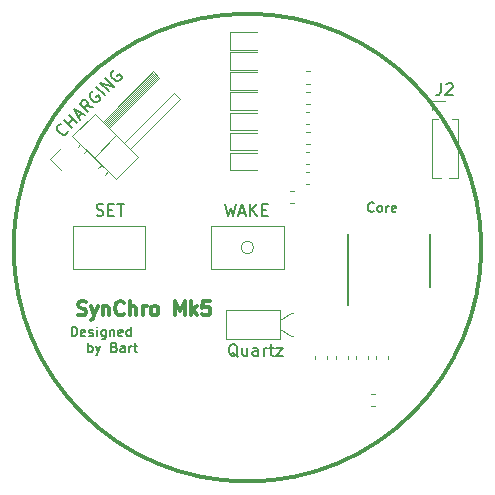
<source format=gbr>
G04 #@! TF.GenerationSoftware,KiCad,Pcbnew,5.1.4-1.fc30*
G04 #@! TF.CreationDate,2020-10-18T16:52:28+02:00*
G04 #@! TF.ProjectId,synchro2,73796e63-6872-46f3-922e-6b696361645f,rev?*
G04 #@! TF.SameCoordinates,Original*
G04 #@! TF.FileFunction,Legend,Top*
G04 #@! TF.FilePolarity,Positive*
%FSLAX46Y46*%
G04 Gerber Fmt 4.6, Leading zero omitted, Abs format (unit mm)*
G04 Created by KiCad (PCBNEW 5.1.4-1.fc30) date 2020-10-18 16:52:28*
%MOMM*%
%LPD*%
G04 APERTURE LIST*
%ADD10C,0.150000*%
%ADD11C,0.300000*%
%ADD12C,0.120000*%
G04 APERTURE END LIST*
D10*
X204234761Y-123786904D02*
X204234761Y-122986904D01*
X204425238Y-122986904D01*
X204539523Y-123025000D01*
X204615714Y-123101190D01*
X204653809Y-123177380D01*
X204691904Y-123329761D01*
X204691904Y-123444047D01*
X204653809Y-123596428D01*
X204615714Y-123672619D01*
X204539523Y-123748809D01*
X204425238Y-123786904D01*
X204234761Y-123786904D01*
X205339523Y-123748809D02*
X205263333Y-123786904D01*
X205110952Y-123786904D01*
X205034761Y-123748809D01*
X204996666Y-123672619D01*
X204996666Y-123367857D01*
X205034761Y-123291666D01*
X205110952Y-123253571D01*
X205263333Y-123253571D01*
X205339523Y-123291666D01*
X205377619Y-123367857D01*
X205377619Y-123444047D01*
X204996666Y-123520238D01*
X205682380Y-123748809D02*
X205758571Y-123786904D01*
X205910952Y-123786904D01*
X205987142Y-123748809D01*
X206025238Y-123672619D01*
X206025238Y-123634523D01*
X205987142Y-123558333D01*
X205910952Y-123520238D01*
X205796666Y-123520238D01*
X205720476Y-123482142D01*
X205682380Y-123405952D01*
X205682380Y-123367857D01*
X205720476Y-123291666D01*
X205796666Y-123253571D01*
X205910952Y-123253571D01*
X205987142Y-123291666D01*
X206368095Y-123786904D02*
X206368095Y-123253571D01*
X206368095Y-122986904D02*
X206330000Y-123025000D01*
X206368095Y-123063095D01*
X206406190Y-123025000D01*
X206368095Y-122986904D01*
X206368095Y-123063095D01*
X207091904Y-123253571D02*
X207091904Y-123901190D01*
X207053809Y-123977380D01*
X207015714Y-124015476D01*
X206939523Y-124053571D01*
X206825238Y-124053571D01*
X206749047Y-124015476D01*
X207091904Y-123748809D02*
X207015714Y-123786904D01*
X206863333Y-123786904D01*
X206787142Y-123748809D01*
X206749047Y-123710714D01*
X206710952Y-123634523D01*
X206710952Y-123405952D01*
X206749047Y-123329761D01*
X206787142Y-123291666D01*
X206863333Y-123253571D01*
X207015714Y-123253571D01*
X207091904Y-123291666D01*
X207472857Y-123253571D02*
X207472857Y-123786904D01*
X207472857Y-123329761D02*
X207510952Y-123291666D01*
X207587142Y-123253571D01*
X207701428Y-123253571D01*
X207777619Y-123291666D01*
X207815714Y-123367857D01*
X207815714Y-123786904D01*
X208501428Y-123748809D02*
X208425238Y-123786904D01*
X208272857Y-123786904D01*
X208196666Y-123748809D01*
X208158571Y-123672619D01*
X208158571Y-123367857D01*
X208196666Y-123291666D01*
X208272857Y-123253571D01*
X208425238Y-123253571D01*
X208501428Y-123291666D01*
X208539523Y-123367857D01*
X208539523Y-123444047D01*
X208158571Y-123520238D01*
X209225238Y-123786904D02*
X209225238Y-122986904D01*
X209225238Y-123748809D02*
X209149047Y-123786904D01*
X208996666Y-123786904D01*
X208920476Y-123748809D01*
X208882380Y-123710714D01*
X208844285Y-123634523D01*
X208844285Y-123405952D01*
X208882380Y-123329761D01*
X208920476Y-123291666D01*
X208996666Y-123253571D01*
X209149047Y-123253571D01*
X209225238Y-123291666D01*
X205625238Y-125136904D02*
X205625238Y-124336904D01*
X205625238Y-124641666D02*
X205701428Y-124603571D01*
X205853809Y-124603571D01*
X205930000Y-124641666D01*
X205968095Y-124679761D01*
X206006190Y-124755952D01*
X206006190Y-124984523D01*
X205968095Y-125060714D01*
X205930000Y-125098809D01*
X205853809Y-125136904D01*
X205701428Y-125136904D01*
X205625238Y-125098809D01*
X206272857Y-124603571D02*
X206463333Y-125136904D01*
X206653809Y-124603571D02*
X206463333Y-125136904D01*
X206387142Y-125327380D01*
X206349047Y-125365476D01*
X206272857Y-125403571D01*
X207834761Y-124717857D02*
X207949047Y-124755952D01*
X207987142Y-124794047D01*
X208025238Y-124870238D01*
X208025238Y-124984523D01*
X207987142Y-125060714D01*
X207949047Y-125098809D01*
X207872857Y-125136904D01*
X207568095Y-125136904D01*
X207568095Y-124336904D01*
X207834761Y-124336904D01*
X207910952Y-124375000D01*
X207949047Y-124413095D01*
X207987142Y-124489285D01*
X207987142Y-124565476D01*
X207949047Y-124641666D01*
X207910952Y-124679761D01*
X207834761Y-124717857D01*
X207568095Y-124717857D01*
X208710952Y-125136904D02*
X208710952Y-124717857D01*
X208672857Y-124641666D01*
X208596666Y-124603571D01*
X208444285Y-124603571D01*
X208368095Y-124641666D01*
X208710952Y-125098809D02*
X208634761Y-125136904D01*
X208444285Y-125136904D01*
X208368095Y-125098809D01*
X208330000Y-125022619D01*
X208330000Y-124946428D01*
X208368095Y-124870238D01*
X208444285Y-124832142D01*
X208634761Y-124832142D01*
X208710952Y-124794047D01*
X209091904Y-125136904D02*
X209091904Y-124603571D01*
X209091904Y-124755952D02*
X209130000Y-124679761D01*
X209168095Y-124641666D01*
X209244285Y-124603571D01*
X209320476Y-124603571D01*
X209472857Y-124603571D02*
X209777619Y-124603571D01*
X209587142Y-124336904D02*
X209587142Y-125022619D01*
X209625238Y-125098809D01*
X209701428Y-125136904D01*
X209777619Y-125136904D01*
D11*
X238900000Y-116300000D02*
G75*
G03X238900000Y-116300000I-19800000J0D01*
G01*
X204750000Y-121985714D02*
X204921428Y-122042857D01*
X205207142Y-122042857D01*
X205321428Y-121985714D01*
X205378571Y-121928571D01*
X205435714Y-121814285D01*
X205435714Y-121700000D01*
X205378571Y-121585714D01*
X205321428Y-121528571D01*
X205207142Y-121471428D01*
X204978571Y-121414285D01*
X204864285Y-121357142D01*
X204807142Y-121300000D01*
X204750000Y-121185714D01*
X204750000Y-121071428D01*
X204807142Y-120957142D01*
X204864285Y-120900000D01*
X204978571Y-120842857D01*
X205264285Y-120842857D01*
X205435714Y-120900000D01*
X205835714Y-121242857D02*
X206121428Y-122042857D01*
X206407142Y-121242857D02*
X206121428Y-122042857D01*
X206007142Y-122328571D01*
X205950000Y-122385714D01*
X205835714Y-122442857D01*
X206864285Y-121242857D02*
X206864285Y-122042857D01*
X206864285Y-121357142D02*
X206921428Y-121300000D01*
X207035714Y-121242857D01*
X207207142Y-121242857D01*
X207321428Y-121300000D01*
X207378571Y-121414285D01*
X207378571Y-122042857D01*
X208635714Y-121928571D02*
X208578571Y-121985714D01*
X208407142Y-122042857D01*
X208292857Y-122042857D01*
X208121428Y-121985714D01*
X208007142Y-121871428D01*
X207950000Y-121757142D01*
X207892857Y-121528571D01*
X207892857Y-121357142D01*
X207950000Y-121128571D01*
X208007142Y-121014285D01*
X208121428Y-120900000D01*
X208292857Y-120842857D01*
X208407142Y-120842857D01*
X208578571Y-120900000D01*
X208635714Y-120957142D01*
X209150000Y-122042857D02*
X209150000Y-120842857D01*
X209664285Y-122042857D02*
X209664285Y-121414285D01*
X209607142Y-121300000D01*
X209492857Y-121242857D01*
X209321428Y-121242857D01*
X209207142Y-121300000D01*
X209150000Y-121357142D01*
X210235714Y-122042857D02*
X210235714Y-121242857D01*
X210235714Y-121471428D02*
X210292857Y-121357142D01*
X210350000Y-121300000D01*
X210464285Y-121242857D01*
X210578571Y-121242857D01*
X211150000Y-122042857D02*
X211035714Y-121985714D01*
X210978571Y-121928571D01*
X210921428Y-121814285D01*
X210921428Y-121471428D01*
X210978571Y-121357142D01*
X211035714Y-121300000D01*
X211150000Y-121242857D01*
X211321428Y-121242857D01*
X211435714Y-121300000D01*
X211492857Y-121357142D01*
X211550000Y-121471428D01*
X211550000Y-121814285D01*
X211492857Y-121928571D01*
X211435714Y-121985714D01*
X211321428Y-122042857D01*
X211150000Y-122042857D01*
X212978571Y-122042857D02*
X212978571Y-120842857D01*
X213378571Y-121700000D01*
X213778571Y-120842857D01*
X213778571Y-122042857D01*
X214350000Y-122042857D02*
X214350000Y-120842857D01*
X214464285Y-121585714D02*
X214807142Y-122042857D01*
X214807142Y-121242857D02*
X214350000Y-121700000D01*
X215892857Y-120842857D02*
X215321428Y-120842857D01*
X215264285Y-121414285D01*
X215321428Y-121357142D01*
X215435714Y-121300000D01*
X215721428Y-121300000D01*
X215835714Y-121357142D01*
X215892857Y-121414285D01*
X215950000Y-121528571D01*
X215950000Y-121814285D01*
X215892857Y-121928571D01*
X215835714Y-121985714D01*
X215721428Y-122042857D01*
X215435714Y-122042857D01*
X215321428Y-121985714D01*
X215264285Y-121928571D01*
D12*
X219638516Y-116300000D02*
G75*
G03X219638516Y-116300000I-538516J0D01*
G01*
X234710000Y-110405000D02*
X235512470Y-110405000D01*
X236127530Y-110405000D02*
X236930000Y-110405000D01*
X234710000Y-105390000D02*
X234710000Y-110405000D01*
X236930000Y-105390000D02*
X236930000Y-110405000D01*
X234710000Y-105390000D02*
X235256529Y-105390000D01*
X236383471Y-105390000D02*
X236930000Y-105390000D01*
X234710000Y-104630000D02*
X234710000Y-103870000D01*
X234710000Y-103870000D02*
X235820000Y-103870000D01*
X221850000Y-121610000D02*
X217300000Y-121610000D01*
X217300000Y-121610000D02*
X217300000Y-124010000D01*
X217300000Y-124010000D02*
X221850000Y-124010000D01*
X221850000Y-124010000D02*
X221850000Y-121610000D01*
X221850000Y-122460000D02*
X222750000Y-121860000D01*
X222750000Y-121860000D02*
X222950000Y-121860000D01*
X221850000Y-123160000D02*
X222750000Y-123760000D01*
X222750000Y-123760000D02*
X222950000Y-123760000D01*
X222160000Y-114450000D02*
X222160000Y-118150000D01*
X216040000Y-114450000D02*
X222160000Y-114450000D01*
X216040000Y-118150000D02*
X216040000Y-114450000D01*
X222160000Y-118150000D02*
X216040000Y-118150000D01*
X219900000Y-103165000D02*
X217615000Y-103165000D01*
X217615000Y-103165000D02*
X217615000Y-104635000D01*
X217615000Y-104635000D02*
X219900000Y-104635000D01*
X224037221Y-106490000D02*
X224362779Y-106490000D01*
X224037221Y-107510000D02*
X224362779Y-107510000D01*
X224037221Y-102410000D02*
X224362779Y-102410000D01*
X224037221Y-101390000D02*
X224362779Y-101390000D01*
X224024721Y-110910000D02*
X224350279Y-110910000D01*
X224024721Y-109890000D02*
X224350279Y-109890000D01*
X219900000Y-106565000D02*
X217615000Y-106565000D01*
X217615000Y-106565000D02*
X217615000Y-108035000D01*
X217615000Y-108035000D02*
X219900000Y-108035000D01*
X229990000Y-125762779D02*
X229990000Y-125437221D01*
X231010000Y-125762779D02*
X231010000Y-125437221D01*
X224024721Y-105810000D02*
X224350279Y-105810000D01*
X224024721Y-104790000D02*
X224350279Y-104790000D01*
X217627500Y-102935000D02*
X219912500Y-102935000D01*
X217627500Y-101465000D02*
X217627500Y-102935000D01*
X219912500Y-101465000D02*
X217627500Y-101465000D01*
X217615000Y-106335000D02*
X219900000Y-106335000D01*
X217615000Y-104865000D02*
X217615000Y-106335000D01*
X219900000Y-104865000D02*
X217615000Y-104865000D01*
X224037221Y-103090000D02*
X224362779Y-103090000D01*
X224037221Y-104110000D02*
X224362779Y-104110000D01*
X219912500Y-99765000D02*
X217627500Y-99765000D01*
X217627500Y-99765000D02*
X217627500Y-101235000D01*
X217627500Y-101235000D02*
X219912500Y-101235000D01*
X224790000Y-125437221D02*
X224790000Y-125762779D01*
X225810000Y-125437221D02*
X225810000Y-125762779D01*
X222687221Y-111540000D02*
X223012779Y-111540000D01*
X222687221Y-112560000D02*
X223012779Y-112560000D01*
X202403949Y-108800000D02*
X203301974Y-107901974D01*
X203301974Y-109698026D02*
X202403949Y-108800000D01*
X207002214Y-110127290D02*
X207282986Y-109846518D01*
X206464813Y-109589888D02*
X206745584Y-109309117D01*
X213406530Y-103722973D02*
X209163890Y-107965614D01*
X212869129Y-103185572D02*
X213406530Y-103722973D01*
X208626488Y-107428213D02*
X212869129Y-103185572D01*
X206116259Y-108679792D02*
X207997163Y-106798888D01*
X205253589Y-108283812D02*
X205486934Y-108050467D01*
X204716188Y-107746411D02*
X204949533Y-107513066D01*
X207297128Y-106098852D02*
X211539768Y-101856211D01*
X207212275Y-106013999D02*
X211454916Y-101771359D01*
X207127422Y-105929146D02*
X211370063Y-101686506D01*
X207042569Y-105844294D02*
X211285210Y-101601653D01*
X206957716Y-105759441D02*
X211200357Y-101516800D01*
X206872864Y-105674588D02*
X211115504Y-101431947D01*
X211610479Y-101926922D02*
X207367838Y-106169563D01*
X211073078Y-101389521D02*
X211610479Y-101926922D01*
X206830437Y-105632162D02*
X211073078Y-101389521D01*
X206158686Y-104960410D02*
X204277782Y-106841314D01*
X209835641Y-108637365D02*
X206158686Y-104960410D01*
X207954737Y-110518269D02*
X209835641Y-108637365D01*
X204277782Y-106841314D02*
X207954737Y-110518269D01*
X224024721Y-109210000D02*
X224350279Y-109210000D01*
X224024721Y-108190000D02*
X224350279Y-108190000D01*
D10*
X227650000Y-121150000D02*
X227650000Y-115175000D01*
X234550000Y-119625000D02*
X234550000Y-115175000D01*
D12*
X217615000Y-109735000D02*
X219900000Y-109735000D01*
X217615000Y-108265000D02*
X217615000Y-109735000D01*
X219900000Y-108265000D02*
X217615000Y-108265000D01*
X210460000Y-118150000D02*
X204340000Y-118150000D01*
X204340000Y-118150000D02*
X204340000Y-114450000D01*
X204340000Y-114450000D02*
X210460000Y-114450000D01*
X210460000Y-114450000D02*
X210460000Y-118150000D01*
X229862779Y-129710000D02*
X229537221Y-129710000D01*
X229862779Y-128690000D02*
X229537221Y-128690000D01*
X227610000Y-125437221D02*
X227610000Y-125762779D01*
X226590000Y-125437221D02*
X226590000Y-125762779D01*
X217627500Y-99535000D02*
X219912500Y-99535000D01*
X217627500Y-98065000D02*
X217627500Y-99535000D01*
X219912500Y-98065000D02*
X217627500Y-98065000D01*
X228290000Y-125437221D02*
X228290000Y-125762779D01*
X229310000Y-125437221D02*
X229310000Y-125762779D01*
D10*
X235486666Y-102387380D02*
X235486666Y-103101666D01*
X235439047Y-103244523D01*
X235343809Y-103339761D01*
X235200952Y-103387380D01*
X235105714Y-103387380D01*
X235915238Y-102482619D02*
X235962857Y-102435000D01*
X236058095Y-102387380D01*
X236296190Y-102387380D01*
X236391428Y-102435000D01*
X236439047Y-102482619D01*
X236486666Y-102577857D01*
X236486666Y-102673095D01*
X236439047Y-102815952D01*
X235867619Y-103387380D01*
X236486666Y-103387380D01*
X218276190Y-125557619D02*
X218180952Y-125510000D01*
X218085714Y-125414761D01*
X217942857Y-125271904D01*
X217847619Y-125224285D01*
X217752380Y-125224285D01*
X217800000Y-125462380D02*
X217704761Y-125414761D01*
X217609523Y-125319523D01*
X217561904Y-125129047D01*
X217561904Y-124795714D01*
X217609523Y-124605238D01*
X217704761Y-124510000D01*
X217800000Y-124462380D01*
X217990476Y-124462380D01*
X218085714Y-124510000D01*
X218180952Y-124605238D01*
X218228571Y-124795714D01*
X218228571Y-125129047D01*
X218180952Y-125319523D01*
X218085714Y-125414761D01*
X217990476Y-125462380D01*
X217800000Y-125462380D01*
X219085714Y-124795714D02*
X219085714Y-125462380D01*
X218657142Y-124795714D02*
X218657142Y-125319523D01*
X218704761Y-125414761D01*
X218800000Y-125462380D01*
X218942857Y-125462380D01*
X219038095Y-125414761D01*
X219085714Y-125367142D01*
X219990476Y-125462380D02*
X219990476Y-124938571D01*
X219942857Y-124843333D01*
X219847619Y-124795714D01*
X219657142Y-124795714D01*
X219561904Y-124843333D01*
X219990476Y-125414761D02*
X219895238Y-125462380D01*
X219657142Y-125462380D01*
X219561904Y-125414761D01*
X219514285Y-125319523D01*
X219514285Y-125224285D01*
X219561904Y-125129047D01*
X219657142Y-125081428D01*
X219895238Y-125081428D01*
X219990476Y-125033809D01*
X220466666Y-125462380D02*
X220466666Y-124795714D01*
X220466666Y-124986190D02*
X220514285Y-124890952D01*
X220561904Y-124843333D01*
X220657142Y-124795714D01*
X220752380Y-124795714D01*
X220942857Y-124795714D02*
X221323809Y-124795714D01*
X221085714Y-124462380D02*
X221085714Y-125319523D01*
X221133333Y-125414761D01*
X221228571Y-125462380D01*
X221323809Y-125462380D01*
X221561904Y-124795714D02*
X222085714Y-124795714D01*
X221561904Y-125462380D01*
X222085714Y-125462380D01*
X217240476Y-112652380D02*
X217478571Y-113652380D01*
X217669047Y-112938095D01*
X217859523Y-113652380D01*
X218097619Y-112652380D01*
X218430952Y-113366666D02*
X218907142Y-113366666D01*
X218335714Y-113652380D02*
X218669047Y-112652380D01*
X219002380Y-113652380D01*
X219335714Y-113652380D02*
X219335714Y-112652380D01*
X219907142Y-113652380D02*
X219478571Y-113080952D01*
X219907142Y-112652380D02*
X219335714Y-113223809D01*
X220335714Y-113128571D02*
X220669047Y-113128571D01*
X220811904Y-113652380D02*
X220335714Y-113652380D01*
X220335714Y-112652380D01*
X220811904Y-112652380D01*
X203894092Y-106400718D02*
X203894092Y-106468062D01*
X203826748Y-106602749D01*
X203759405Y-106670092D01*
X203624718Y-106737436D01*
X203490031Y-106737436D01*
X203389016Y-106703764D01*
X203220657Y-106602749D01*
X203119642Y-106501734D01*
X203018626Y-106333375D01*
X202984955Y-106232360D01*
X202984955Y-106097673D01*
X203052298Y-105962986D01*
X203119642Y-105895642D01*
X203254329Y-105828299D01*
X203321672Y-105828299D01*
X204264481Y-106165016D02*
X203557374Y-105457909D01*
X203894092Y-105794627D02*
X204298153Y-105390566D01*
X204668542Y-105760955D02*
X203961435Y-105053848D01*
X204769557Y-105255879D02*
X205106275Y-104919161D01*
X204904244Y-105525253D02*
X204432840Y-104582444D01*
X205375649Y-105053848D01*
X206015412Y-104414085D02*
X205442992Y-104313070D01*
X205611351Y-104818146D02*
X204904244Y-104111039D01*
X205173618Y-103841665D01*
X205274634Y-103807994D01*
X205341977Y-103807994D01*
X205442992Y-103841665D01*
X205544008Y-103942681D01*
X205577679Y-104043696D01*
X205577679Y-104111039D01*
X205544008Y-104212055D01*
X205274634Y-104481429D01*
X206015412Y-103067215D02*
X205914397Y-103100887D01*
X205813382Y-103201902D01*
X205746038Y-103336589D01*
X205746038Y-103471276D01*
X205779710Y-103572291D01*
X205880725Y-103740650D01*
X205981740Y-103841665D01*
X206150099Y-103942681D01*
X206251114Y-103976352D01*
X206385801Y-103976352D01*
X206520488Y-103909009D01*
X206587832Y-103841665D01*
X206655175Y-103706978D01*
X206655175Y-103639635D01*
X206419473Y-103403933D01*
X206284786Y-103538620D01*
X207025565Y-103403933D02*
X206318458Y-102696826D01*
X207362282Y-103067215D02*
X206655175Y-102360108D01*
X207766343Y-102663154D01*
X207059236Y-101956047D01*
X207800015Y-101282612D02*
X207699000Y-101316284D01*
X207597984Y-101417299D01*
X207530641Y-101551986D01*
X207530641Y-101686673D01*
X207564313Y-101787689D01*
X207665328Y-101956047D01*
X207766343Y-102057063D01*
X207934702Y-102158078D01*
X208035717Y-102191750D01*
X208170404Y-102191750D01*
X208305091Y-102124406D01*
X208372435Y-102057063D01*
X208439778Y-101922376D01*
X208439778Y-101855032D01*
X208204076Y-101619330D01*
X208069389Y-101754017D01*
X229795238Y-113205714D02*
X229757142Y-113243809D01*
X229642857Y-113281904D01*
X229566666Y-113281904D01*
X229452380Y-113243809D01*
X229376190Y-113167619D01*
X229338095Y-113091428D01*
X229300000Y-112939047D01*
X229300000Y-112824761D01*
X229338095Y-112672380D01*
X229376190Y-112596190D01*
X229452380Y-112520000D01*
X229566666Y-112481904D01*
X229642857Y-112481904D01*
X229757142Y-112520000D01*
X229795238Y-112558095D01*
X230252380Y-113281904D02*
X230176190Y-113243809D01*
X230138095Y-113205714D01*
X230100000Y-113129523D01*
X230100000Y-112900952D01*
X230138095Y-112824761D01*
X230176190Y-112786666D01*
X230252380Y-112748571D01*
X230366666Y-112748571D01*
X230442857Y-112786666D01*
X230480952Y-112824761D01*
X230519047Y-112900952D01*
X230519047Y-113129523D01*
X230480952Y-113205714D01*
X230442857Y-113243809D01*
X230366666Y-113281904D01*
X230252380Y-113281904D01*
X230861904Y-113281904D02*
X230861904Y-112748571D01*
X230861904Y-112900952D02*
X230900000Y-112824761D01*
X230938095Y-112786666D01*
X231014285Y-112748571D01*
X231090476Y-112748571D01*
X231661904Y-113243809D02*
X231585714Y-113281904D01*
X231433333Y-113281904D01*
X231357142Y-113243809D01*
X231319047Y-113167619D01*
X231319047Y-112862857D01*
X231357142Y-112786666D01*
X231433333Y-112748571D01*
X231585714Y-112748571D01*
X231661904Y-112786666D01*
X231700000Y-112862857D01*
X231700000Y-112939047D01*
X231319047Y-113015238D01*
X206330952Y-113554761D02*
X206473809Y-113602380D01*
X206711904Y-113602380D01*
X206807142Y-113554761D01*
X206854761Y-113507142D01*
X206902380Y-113411904D01*
X206902380Y-113316666D01*
X206854761Y-113221428D01*
X206807142Y-113173809D01*
X206711904Y-113126190D01*
X206521428Y-113078571D01*
X206426190Y-113030952D01*
X206378571Y-112983333D01*
X206330952Y-112888095D01*
X206330952Y-112792857D01*
X206378571Y-112697619D01*
X206426190Y-112650000D01*
X206521428Y-112602380D01*
X206759523Y-112602380D01*
X206902380Y-112650000D01*
X207330952Y-113078571D02*
X207664285Y-113078571D01*
X207807142Y-113602380D02*
X207330952Y-113602380D01*
X207330952Y-112602380D01*
X207807142Y-112602380D01*
X208092857Y-112602380D02*
X208664285Y-112602380D01*
X208378571Y-113602380D02*
X208378571Y-112602380D01*
M02*

</source>
